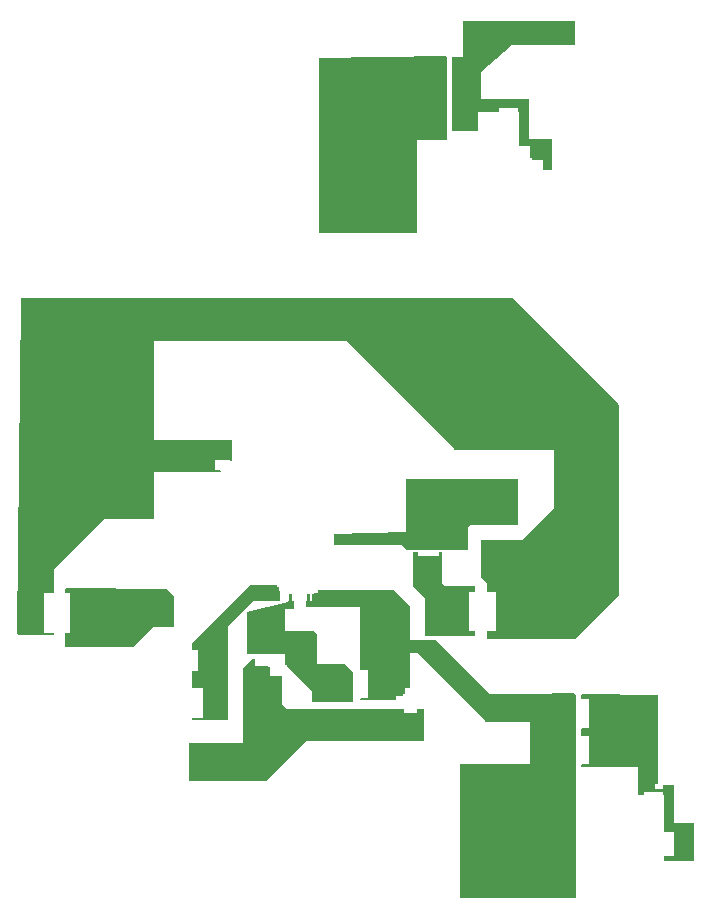
<source format=gtl>
%FSTAX23Y23*%
%MOIN*%
%SFA1B1*%

%IPPOS*%
%ADD12C,0.010000*%
%ADD15R,0.096500X0.096500*%
%ADD16R,0.023600X0.009800*%
%ADD17R,0.009800X0.023600*%
%ADD18R,0.066900X0.078700*%
%ADD19R,0.118100X0.216500*%
%ADD20R,0.037400X0.066900*%
%ADD21R,0.066900X0.037400*%
%ADD22R,0.035400X0.072800*%
%ADD23R,0.072800X0.035400*%
%ADD24R,0.051200X0.110200*%
%ADD25R,0.070900X0.029500*%
%ADD26R,0.082800X0.110500*%
%ADD27R,0.066900X0.039400*%
%ADD28R,0.061000X0.137800*%
%ADD29R,0.110200X0.051200*%
%ADD30R,0.086600X0.059100*%
%ADD31R,0.051200X0.035400*%
%ADD32R,0.035400X0.074800*%
%ADD33R,0.043300X0.023600*%
%ADD34R,0.055400X0.061500*%
%ADD35R,0.057600X0.049400*%
%ADD36R,0.053600X0.045500*%
%ADD37R,0.053100X0.037400*%
%ADD38R,0.050000X0.030000*%
%ADD39R,0.100000X0.105100*%
%ADD40R,0.105100X0.100000*%
%ADD41R,0.030000X0.050000*%
%ADD42R,0.023600X0.023600*%
%ADD68C,0.008000*%
%ADD69C,0.015000*%
%ADD70C,0.020000*%
%ADD71C,0.012000*%
%ADD72R,0.070900X0.070900*%
%ADD73C,0.070900*%
%ADD74R,0.070900X0.070900*%
%ADD75C,0.026000*%
G36*
X03879Y04492D02*
Y04217D01*
X03781*
X0378Y04218*
Y03905*
X03457*
X03453Y03908*
Y04489*
X03876Y04496*
X03879Y04492*
G37*
G36*
X04306Y04602D02*
Y04533D01*
X04098*
X03995Y04443*
Y04354*
X04153*
Y04218*
X04231*
Y04115*
X04201*
Y0415*
X04163*
Y04155*
X04158*
Y04196*
X04125*
X04122Y04199*
Y04309*
X04116*
Y04321*
X04053*
Y04309*
X03984*
Y04246*
X03983Y04245*
X03898*
Y04493*
X03935*
Y04611*
X04306*
Y04602*
G37*
G36*
X04116Y02932D02*
X03957D01*
X03949Y02924*
Y02849*
X03745*
Y02855*
X0374Y02853*
X03729Y02865*
X03505*
Y02904*
X03745Y02909*
Y03085*
X04116*
Y02932*
G37*
G36*
X03865Y02737D02*
X03874Y02728D01*
X03974*
Y02709*
X03955*
Y02644*
Y02579*
X03974*
Y02564*
X03807*
Y02689*
X03766Y02729*
Y02842*
X03785*
Y02829*
X0382*
X03855*
Y02842*
X03865*
Y02737*
G37*
G36*
X03756Y02663D02*
Y02547D01*
X03759Y0255*
X03842Y02549*
X04023Y02368*
X04158*
Y02369*
X04303Y02371*
X04311Y02363*
Y01689*
X03924*
Y02137*
X04155*
X04158Y0214*
Y02277*
X04011*
X03783Y02505*
X03756*
Y02395*
X03756Y0239*
X03739*
Y02369*
X03734*
Y02364*
X03712*
Y02348*
X03594*
X0359Y02352*
Y02353*
X03594Y02356*
X03595*
X03617*
Y02402*
Y02449*
X03595*
X03594*
X0359Y02451*
Y0266*
X0341*
Y0268*
X03413*
Y02701*
X03423*
Y0268*
X03432*
Y02701*
X03437*
Y02706*
X03452*
Y02715*
X03704*
X03756Y02663*
G37*
G36*
X04455Y03334D02*
Y02699D01*
X04309Y02554*
X04015*
Y02579*
X04044*
Y02644*
Y02709*
X04015*
Y02738*
X03993Y0276*
Y02884*
X04131*
X04236Y02989*
Y03183*
X03908*
X03546Y03545*
X02905*
Y03217*
X03163*
Y03149*
X0316Y03147*
X03155Y03149*
Y0315*
X03107*
Y03116*
X03124*
X03126Y03111*
X03123Y03108*
X02905*
Y03098*
X02904Y03097*
Y02952*
X02736*
X02569Y02786*
Y02705*
X02537*
Y02639*
Y02574*
X02569*
Y02567*
X02452*
X02447Y02572*
X0246Y0369*
X04099*
X04455Y03334*
G37*
G36*
X02947Y0272D02*
X0297Y02697D01*
Y02591*
X02902*
X02838Y02527*
X02606*
Y02574*
X02625*
Y02639*
Y02705*
X02606*
Y02717*
X02609Y02721*
X02947Y0272*
G37*
G36*
X03364Y0268D02*
X03369D01*
Y02652*
X03341*
Y02578*
X03438*
X03447Y02568*
Y02468*
X03539*
X03568Y02439*
Y02345*
X03567Y02344*
X03429*
Y0238*
X03346Y02463*
X03347Y02467*
X03342*
X03341Y02468*
Y02503*
X03215*
Y02641*
X03349Y02675*
Y0268*
X03354*
Y02701*
X03364*
Y0268*
G37*
G36*
X0329Y02732D02*
X03314D01*
Y02727*
X03319*
Y02712*
X03324*
Y0268*
X03319Y02679*
X03235*
X03149Y02593*
Y02281*
X03031*
Y02289*
X03066*
Y02338*
Y02388*
X03031*
Y02446*
X0305*
Y02481*
Y02516*
X03031*
Y02538*
X03226Y02733*
X03288Y02734*
X0329Y02732*
G37*
G36*
X03238Y02486D02*
X03239Y02486D01*
Y02463*
X03285*
Y02458*
X0329*
Y0243*
X0333*
Y02335*
X03346Y02319*
X03738*
Y02307*
X03781*
Y02319*
X03805*
Y02213*
X03412*
X03277Y02078*
X03021*
Y02206*
X03201*
Y02456*
X03233Y02488*
X03238Y02486*
G37*
G36*
X04585Y02367D02*
Y0207D01*
X04583Y02069*
X04573*
Y02052*
X046*
Y02066*
X04637*
Y01939*
X04638Y01938*
X04703*
Y01813*
X04605*
Y01829*
X04636*
Y0187*
Y0191*
X04605*
Y02032*
X046*
Y02042*
X04537*
Y02032*
X04518*
Y02127*
X04327*
Y02132*
X04331Y02135*
X04332*
X04354*
Y02183*
Y0223*
X04332*
X04331*
X04327Y02233*
Y02252*
X0433Y02256*
X04332*
X04353*
Y02304*
Y02351*
X04332*
X0433*
X04327Y02355*
Y02364*
X04331Y02368*
X04585Y02367*
G37*
M02*
</source>
